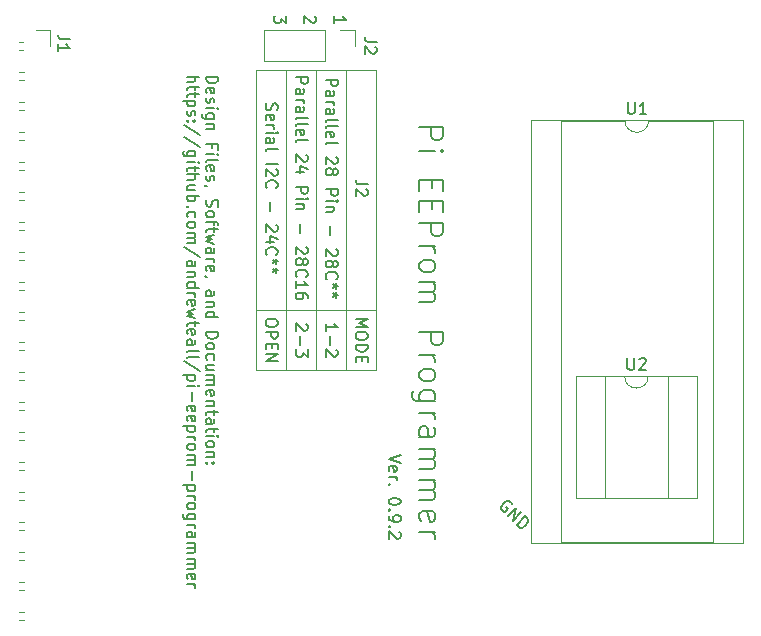
<source format=gbr>
G04 #@! TF.GenerationSoftware,KiCad,Pcbnew,6.0.8+dfsg-1~bpo11+1+rpt1*
G04 #@! TF.CreationDate,2023-08-21T15:08:01-04:00*
G04 #@! TF.ProjectId,pi-eeprom-programmer,70692d65-6570-4726-9f6d-2d70726f6772,0.9.2*
G04 #@! TF.SameCoordinates,Original*
G04 #@! TF.FileFunction,Legend,Top*
G04 #@! TF.FilePolarity,Positive*
%FSLAX46Y46*%
G04 Gerber Fmt 4.6, Leading zero omitted, Abs format (unit mm)*
G04 Created by KiCad (PCBNEW 6.0.8+dfsg-1~bpo11+1+rpt1) date 2023-08-21 15:08:01*
%MOMM*%
%LPD*%
G01*
G04 APERTURE LIST*
%ADD10C,0.120000*%
%ADD11C,0.150000*%
G04 APERTURE END LIST*
D10*
X162814000Y-46990000D02*
X162814000Y-72390000D01*
X165354000Y-46990000D02*
X155194000Y-46990000D01*
X155194000Y-46990000D02*
X155194000Y-72390000D01*
X155194000Y-72390000D02*
X165354000Y-72390000D01*
X165354000Y-72390000D02*
X165354000Y-46990000D01*
X165354000Y-67310000D02*
X155194000Y-67310000D01*
X157734000Y-72390000D02*
X157734000Y-46990000D01*
X160274000Y-72390000D02*
X160274000Y-46990000D01*
D11*
X169021238Y-51785785D02*
X171021238Y-51785785D01*
X171021238Y-52547690D01*
X170926000Y-52738166D01*
X170830761Y-52833404D01*
X170640285Y-52928642D01*
X170354571Y-52928642D01*
X170164095Y-52833404D01*
X170068857Y-52738166D01*
X169973619Y-52547690D01*
X169973619Y-51785785D01*
X169021238Y-53785785D02*
X170354571Y-53785785D01*
X171021238Y-53785785D02*
X170926000Y-53690547D01*
X170830761Y-53785785D01*
X170926000Y-53881023D01*
X171021238Y-53785785D01*
X170830761Y-53785785D01*
X170068857Y-56261976D02*
X170068857Y-56928642D01*
X169021238Y-57214357D02*
X169021238Y-56261976D01*
X171021238Y-56261976D01*
X171021238Y-57214357D01*
X170068857Y-58071500D02*
X170068857Y-58738166D01*
X169021238Y-59023880D02*
X169021238Y-58071500D01*
X171021238Y-58071500D01*
X171021238Y-59023880D01*
X169021238Y-59881023D02*
X171021238Y-59881023D01*
X171021238Y-60642928D01*
X170926000Y-60833404D01*
X170830761Y-60928642D01*
X170640285Y-61023880D01*
X170354571Y-61023880D01*
X170164095Y-60928642D01*
X170068857Y-60833404D01*
X169973619Y-60642928D01*
X169973619Y-59881023D01*
X169021238Y-61881023D02*
X170354571Y-61881023D01*
X169973619Y-61881023D02*
X170164095Y-61976261D01*
X170259333Y-62071500D01*
X170354571Y-62261976D01*
X170354571Y-62452452D01*
X169021238Y-63404833D02*
X169116476Y-63214357D01*
X169211714Y-63119119D01*
X169402190Y-63023880D01*
X169973619Y-63023880D01*
X170164095Y-63119119D01*
X170259333Y-63214357D01*
X170354571Y-63404833D01*
X170354571Y-63690547D01*
X170259333Y-63881023D01*
X170164095Y-63976261D01*
X169973619Y-64071500D01*
X169402190Y-64071500D01*
X169211714Y-63976261D01*
X169116476Y-63881023D01*
X169021238Y-63690547D01*
X169021238Y-63404833D01*
X169021238Y-64928642D02*
X170354571Y-64928642D01*
X170164095Y-64928642D02*
X170259333Y-65023880D01*
X170354571Y-65214357D01*
X170354571Y-65500071D01*
X170259333Y-65690547D01*
X170068857Y-65785785D01*
X169021238Y-65785785D01*
X170068857Y-65785785D02*
X170259333Y-65881023D01*
X170354571Y-66071500D01*
X170354571Y-66357214D01*
X170259333Y-66547690D01*
X170068857Y-66642928D01*
X169021238Y-66642928D01*
X169021238Y-69119119D02*
X171021238Y-69119119D01*
X171021238Y-69881023D01*
X170926000Y-70071500D01*
X170830761Y-70166738D01*
X170640285Y-70261976D01*
X170354571Y-70261976D01*
X170164095Y-70166738D01*
X170068857Y-70071500D01*
X169973619Y-69881023D01*
X169973619Y-69119119D01*
X169021238Y-71119119D02*
X170354571Y-71119119D01*
X169973619Y-71119119D02*
X170164095Y-71214357D01*
X170259333Y-71309595D01*
X170354571Y-71500071D01*
X170354571Y-71690547D01*
X169021238Y-72642928D02*
X169116476Y-72452452D01*
X169211714Y-72357214D01*
X169402190Y-72261976D01*
X169973619Y-72261976D01*
X170164095Y-72357214D01*
X170259333Y-72452452D01*
X170354571Y-72642928D01*
X170354571Y-72928642D01*
X170259333Y-73119119D01*
X170164095Y-73214357D01*
X169973619Y-73309595D01*
X169402190Y-73309595D01*
X169211714Y-73214357D01*
X169116476Y-73119119D01*
X169021238Y-72928642D01*
X169021238Y-72642928D01*
X170354571Y-75023880D02*
X168735523Y-75023880D01*
X168545047Y-74928642D01*
X168449809Y-74833404D01*
X168354571Y-74642928D01*
X168354571Y-74357214D01*
X168449809Y-74166738D01*
X169116476Y-75023880D02*
X169021238Y-74833404D01*
X169021238Y-74452452D01*
X169116476Y-74261976D01*
X169211714Y-74166738D01*
X169402190Y-74071500D01*
X169973619Y-74071500D01*
X170164095Y-74166738D01*
X170259333Y-74261976D01*
X170354571Y-74452452D01*
X170354571Y-74833404D01*
X170259333Y-75023880D01*
X169021238Y-75976261D02*
X170354571Y-75976261D01*
X169973619Y-75976261D02*
X170164095Y-76071500D01*
X170259333Y-76166738D01*
X170354571Y-76357214D01*
X170354571Y-76547690D01*
X169021238Y-78071500D02*
X170068857Y-78071500D01*
X170259333Y-77976261D01*
X170354571Y-77785785D01*
X170354571Y-77404833D01*
X170259333Y-77214357D01*
X169116476Y-78071500D02*
X169021238Y-77881023D01*
X169021238Y-77404833D01*
X169116476Y-77214357D01*
X169306952Y-77119119D01*
X169497428Y-77119119D01*
X169687904Y-77214357D01*
X169783142Y-77404833D01*
X169783142Y-77881023D01*
X169878380Y-78071500D01*
X169021238Y-79023880D02*
X170354571Y-79023880D01*
X170164095Y-79023880D02*
X170259333Y-79119119D01*
X170354571Y-79309595D01*
X170354571Y-79595309D01*
X170259333Y-79785785D01*
X170068857Y-79881023D01*
X169021238Y-79881023D01*
X170068857Y-79881023D02*
X170259333Y-79976261D01*
X170354571Y-80166738D01*
X170354571Y-80452452D01*
X170259333Y-80642928D01*
X170068857Y-80738166D01*
X169021238Y-80738166D01*
X169021238Y-81690547D02*
X170354571Y-81690547D01*
X170164095Y-81690547D02*
X170259333Y-81785785D01*
X170354571Y-81976261D01*
X170354571Y-82261976D01*
X170259333Y-82452452D01*
X170068857Y-82547690D01*
X169021238Y-82547690D01*
X170068857Y-82547690D02*
X170259333Y-82642928D01*
X170354571Y-82833404D01*
X170354571Y-83119119D01*
X170259333Y-83309595D01*
X170068857Y-83404833D01*
X169021238Y-83404833D01*
X169116476Y-85119119D02*
X169021238Y-84928642D01*
X169021238Y-84547690D01*
X169116476Y-84357214D01*
X169306952Y-84261976D01*
X170068857Y-84261976D01*
X170259333Y-84357214D01*
X170354571Y-84547690D01*
X170354571Y-84928642D01*
X170259333Y-85119119D01*
X170068857Y-85214357D01*
X169878380Y-85214357D01*
X169687904Y-84261976D01*
X169021238Y-86071500D02*
X170354571Y-86071500D01*
X169973619Y-86071500D02*
X170164095Y-86166738D01*
X170259333Y-86261976D01*
X170354571Y-86452452D01*
X170354571Y-86642928D01*
X161091619Y-47769047D02*
X162091619Y-47769047D01*
X162091619Y-48150000D01*
X162044000Y-48245238D01*
X161996380Y-48292857D01*
X161901142Y-48340476D01*
X161758285Y-48340476D01*
X161663047Y-48292857D01*
X161615428Y-48245238D01*
X161567809Y-48150000D01*
X161567809Y-47769047D01*
X161091619Y-49197619D02*
X161615428Y-49197619D01*
X161710666Y-49150000D01*
X161758285Y-49054762D01*
X161758285Y-48864285D01*
X161710666Y-48769047D01*
X161139238Y-49197619D02*
X161091619Y-49102381D01*
X161091619Y-48864285D01*
X161139238Y-48769047D01*
X161234476Y-48721428D01*
X161329714Y-48721428D01*
X161424952Y-48769047D01*
X161472571Y-48864285D01*
X161472571Y-49102381D01*
X161520190Y-49197619D01*
X161091619Y-49673809D02*
X161758285Y-49673809D01*
X161567809Y-49673809D02*
X161663047Y-49721428D01*
X161710666Y-49769047D01*
X161758285Y-49864285D01*
X161758285Y-49959524D01*
X161091619Y-50721428D02*
X161615428Y-50721428D01*
X161710666Y-50673809D01*
X161758285Y-50578571D01*
X161758285Y-50388095D01*
X161710666Y-50292857D01*
X161139238Y-50721428D02*
X161091619Y-50626190D01*
X161091619Y-50388095D01*
X161139238Y-50292857D01*
X161234476Y-50245238D01*
X161329714Y-50245238D01*
X161424952Y-50292857D01*
X161472571Y-50388095D01*
X161472571Y-50626190D01*
X161520190Y-50721428D01*
X161091619Y-51340476D02*
X161139238Y-51245238D01*
X161234476Y-51197619D01*
X162091619Y-51197619D01*
X161091619Y-51864285D02*
X161139238Y-51769047D01*
X161234476Y-51721428D01*
X162091619Y-51721428D01*
X161139238Y-52626190D02*
X161091619Y-52530952D01*
X161091619Y-52340476D01*
X161139238Y-52245238D01*
X161234476Y-52197619D01*
X161615428Y-52197619D01*
X161710666Y-52245238D01*
X161758285Y-52340476D01*
X161758285Y-52530952D01*
X161710666Y-52626190D01*
X161615428Y-52673809D01*
X161520190Y-52673809D01*
X161424952Y-52197619D01*
X161091619Y-53245238D02*
X161139238Y-53150000D01*
X161234476Y-53102381D01*
X162091619Y-53102381D01*
X161996380Y-54340476D02*
X162044000Y-54388095D01*
X162091619Y-54483333D01*
X162091619Y-54721428D01*
X162044000Y-54816666D01*
X161996380Y-54864285D01*
X161901142Y-54911904D01*
X161805904Y-54911904D01*
X161663047Y-54864285D01*
X161091619Y-54292857D01*
X161091619Y-54911904D01*
X161663047Y-55483333D02*
X161710666Y-55388095D01*
X161758285Y-55340476D01*
X161853523Y-55292857D01*
X161901142Y-55292857D01*
X161996380Y-55340476D01*
X162044000Y-55388095D01*
X162091619Y-55483333D01*
X162091619Y-55673809D01*
X162044000Y-55769047D01*
X161996380Y-55816666D01*
X161901142Y-55864285D01*
X161853523Y-55864285D01*
X161758285Y-55816666D01*
X161710666Y-55769047D01*
X161663047Y-55673809D01*
X161663047Y-55483333D01*
X161615428Y-55388095D01*
X161567809Y-55340476D01*
X161472571Y-55292857D01*
X161282095Y-55292857D01*
X161186857Y-55340476D01*
X161139238Y-55388095D01*
X161091619Y-55483333D01*
X161091619Y-55673809D01*
X161139238Y-55769047D01*
X161186857Y-55816666D01*
X161282095Y-55864285D01*
X161472571Y-55864285D01*
X161567809Y-55816666D01*
X161615428Y-55769047D01*
X161663047Y-55673809D01*
X161091619Y-57054762D02*
X162091619Y-57054762D01*
X162091619Y-57435714D01*
X162044000Y-57530952D01*
X161996380Y-57578571D01*
X161901142Y-57626190D01*
X161758285Y-57626190D01*
X161663047Y-57578571D01*
X161615428Y-57530952D01*
X161567809Y-57435714D01*
X161567809Y-57054762D01*
X161091619Y-58054762D02*
X161758285Y-58054762D01*
X162091619Y-58054762D02*
X162044000Y-58007143D01*
X161996380Y-58054762D01*
X162044000Y-58102381D01*
X162091619Y-58054762D01*
X161996380Y-58054762D01*
X161758285Y-58530952D02*
X161091619Y-58530952D01*
X161663047Y-58530952D02*
X161710666Y-58578571D01*
X161758285Y-58673809D01*
X161758285Y-58816666D01*
X161710666Y-58911904D01*
X161615428Y-58959524D01*
X161091619Y-58959524D01*
X161472571Y-60197619D02*
X161472571Y-60959524D01*
X161996380Y-62150000D02*
X162044000Y-62197619D01*
X162091619Y-62292857D01*
X162091619Y-62530952D01*
X162044000Y-62626190D01*
X161996380Y-62673809D01*
X161901142Y-62721428D01*
X161805904Y-62721428D01*
X161663047Y-62673809D01*
X161091619Y-62102381D01*
X161091619Y-62721428D01*
X161663047Y-63292857D02*
X161710666Y-63197619D01*
X161758285Y-63150000D01*
X161853523Y-63102381D01*
X161901142Y-63102381D01*
X161996380Y-63150000D01*
X162044000Y-63197619D01*
X162091619Y-63292857D01*
X162091619Y-63483333D01*
X162044000Y-63578571D01*
X161996380Y-63626190D01*
X161901142Y-63673809D01*
X161853523Y-63673809D01*
X161758285Y-63626190D01*
X161710666Y-63578571D01*
X161663047Y-63483333D01*
X161663047Y-63292857D01*
X161615428Y-63197619D01*
X161567809Y-63150000D01*
X161472571Y-63102381D01*
X161282095Y-63102381D01*
X161186857Y-63150000D01*
X161139238Y-63197619D01*
X161091619Y-63292857D01*
X161091619Y-63483333D01*
X161139238Y-63578571D01*
X161186857Y-63626190D01*
X161282095Y-63673809D01*
X161472571Y-63673809D01*
X161567809Y-63626190D01*
X161615428Y-63578571D01*
X161663047Y-63483333D01*
X161186857Y-64673809D02*
X161139238Y-64626190D01*
X161091619Y-64483333D01*
X161091619Y-64388095D01*
X161139238Y-64245238D01*
X161234476Y-64150000D01*
X161329714Y-64102381D01*
X161520190Y-64054762D01*
X161663047Y-64054762D01*
X161853523Y-64102381D01*
X161948761Y-64150000D01*
X162044000Y-64245238D01*
X162091619Y-64388095D01*
X162091619Y-64483333D01*
X162044000Y-64626190D01*
X161996380Y-64673809D01*
X162091619Y-65245238D02*
X161853523Y-65245238D01*
X161948761Y-65007143D02*
X161853523Y-65245238D01*
X161948761Y-65483333D01*
X161663047Y-65102381D02*
X161853523Y-65245238D01*
X161663047Y-65388095D01*
X162091619Y-66007143D02*
X161853523Y-66007143D01*
X161948761Y-65769047D02*
X161853523Y-66007143D01*
X161948761Y-66245238D01*
X161663047Y-65864285D02*
X161853523Y-66007143D01*
X161663047Y-66150000D01*
X167425619Y-79547690D02*
X166425619Y-79881024D01*
X167425619Y-80214357D01*
X166473238Y-80928643D02*
X166425619Y-80833405D01*
X166425619Y-80642929D01*
X166473238Y-80547690D01*
X166568476Y-80500071D01*
X166949428Y-80500071D01*
X167044666Y-80547690D01*
X167092285Y-80642929D01*
X167092285Y-80833405D01*
X167044666Y-80928643D01*
X166949428Y-80976262D01*
X166854190Y-80976262D01*
X166758952Y-80500071D01*
X166425619Y-81404833D02*
X167092285Y-81404833D01*
X166901809Y-81404833D02*
X166997047Y-81452452D01*
X167044666Y-81500071D01*
X167092285Y-81595309D01*
X167092285Y-81690548D01*
X166520857Y-82023881D02*
X166473238Y-82071500D01*
X166425619Y-82023881D01*
X166473238Y-81976262D01*
X166520857Y-82023881D01*
X166425619Y-82023881D01*
X167425619Y-83452452D02*
X167425619Y-83547690D01*
X167378000Y-83642929D01*
X167330380Y-83690548D01*
X167235142Y-83738167D01*
X167044666Y-83785786D01*
X166806571Y-83785786D01*
X166616095Y-83738167D01*
X166520857Y-83690548D01*
X166473238Y-83642929D01*
X166425619Y-83547690D01*
X166425619Y-83452452D01*
X166473238Y-83357214D01*
X166520857Y-83309595D01*
X166616095Y-83261976D01*
X166806571Y-83214357D01*
X167044666Y-83214357D01*
X167235142Y-83261976D01*
X167330380Y-83309595D01*
X167378000Y-83357214D01*
X167425619Y-83452452D01*
X166520857Y-84214357D02*
X166473238Y-84261976D01*
X166425619Y-84214357D01*
X166473238Y-84166738D01*
X166520857Y-84214357D01*
X166425619Y-84214357D01*
X166425619Y-84738167D02*
X166425619Y-84928643D01*
X166473238Y-85023881D01*
X166520857Y-85071500D01*
X166663714Y-85166738D01*
X166854190Y-85214357D01*
X167235142Y-85214357D01*
X167330380Y-85166738D01*
X167378000Y-85119119D01*
X167425619Y-85023881D01*
X167425619Y-84833405D01*
X167378000Y-84738167D01*
X167330380Y-84690548D01*
X167235142Y-84642929D01*
X166997047Y-84642929D01*
X166901809Y-84690548D01*
X166854190Y-84738167D01*
X166806571Y-84833405D01*
X166806571Y-85023881D01*
X166854190Y-85119119D01*
X166901809Y-85166738D01*
X166997047Y-85214357D01*
X166520857Y-85642929D02*
X166473238Y-85690548D01*
X166425619Y-85642929D01*
X166473238Y-85595309D01*
X166520857Y-85642929D01*
X166425619Y-85642929D01*
X167330380Y-86071500D02*
X167378000Y-86119119D01*
X167425619Y-86214357D01*
X167425619Y-86452452D01*
X167378000Y-86547690D01*
X167330380Y-86595309D01*
X167235142Y-86642929D01*
X167139904Y-86642929D01*
X166997047Y-86595309D01*
X166425619Y-86023881D01*
X166425619Y-86642929D01*
X176852805Y-83719898D02*
X176819133Y-83618883D01*
X176718118Y-83517868D01*
X176583431Y-83450524D01*
X176448744Y-83450524D01*
X176347729Y-83484196D01*
X176179370Y-83585211D01*
X176078355Y-83686226D01*
X175977339Y-83854585D01*
X175943668Y-83955600D01*
X175943668Y-84090287D01*
X176011011Y-84224974D01*
X176078355Y-84292318D01*
X176213042Y-84359661D01*
X176280385Y-84359661D01*
X176516087Y-84123959D01*
X176381400Y-83989272D01*
X176516087Y-84730051D02*
X177223194Y-84022944D01*
X176920148Y-85134112D01*
X177627255Y-84427005D01*
X177256866Y-85470829D02*
X177963973Y-84763722D01*
X178132331Y-84932081D01*
X178199675Y-85066768D01*
X178199675Y-85201455D01*
X178166003Y-85302470D01*
X178064988Y-85470829D01*
X177963973Y-85571844D01*
X177795614Y-85672860D01*
X177694599Y-85706531D01*
X177559912Y-85706531D01*
X177425225Y-85639188D01*
X177256866Y-85470829D01*
X159456380Y-68469047D02*
X159504000Y-68516666D01*
X159551619Y-68611904D01*
X159551619Y-68850000D01*
X159504000Y-68945238D01*
X159456380Y-68992857D01*
X159361142Y-69040476D01*
X159265904Y-69040476D01*
X159123047Y-68992857D01*
X158551619Y-68421428D01*
X158551619Y-69040476D01*
X158932571Y-69469047D02*
X158932571Y-70230952D01*
X159551619Y-70611904D02*
X159551619Y-71230952D01*
X159170666Y-70897619D01*
X159170666Y-71040476D01*
X159123047Y-71135714D01*
X159075428Y-71183333D01*
X158980190Y-71230952D01*
X158742095Y-71230952D01*
X158646857Y-71183333D01*
X158599238Y-71135714D01*
X158551619Y-71040476D01*
X158551619Y-70754761D01*
X158599238Y-70659523D01*
X158646857Y-70611904D01*
X158551619Y-47578571D02*
X159551619Y-47578571D01*
X159551619Y-47959524D01*
X159504000Y-48054762D01*
X159456380Y-48102381D01*
X159361142Y-48150000D01*
X159218285Y-48150000D01*
X159123047Y-48102381D01*
X159075428Y-48054762D01*
X159027809Y-47959524D01*
X159027809Y-47578571D01*
X158551619Y-49007143D02*
X159075428Y-49007143D01*
X159170666Y-48959524D01*
X159218285Y-48864285D01*
X159218285Y-48673809D01*
X159170666Y-48578571D01*
X158599238Y-49007143D02*
X158551619Y-48911904D01*
X158551619Y-48673809D01*
X158599238Y-48578571D01*
X158694476Y-48530952D01*
X158789714Y-48530952D01*
X158884952Y-48578571D01*
X158932571Y-48673809D01*
X158932571Y-48911904D01*
X158980190Y-49007143D01*
X158551619Y-49483333D02*
X159218285Y-49483333D01*
X159027809Y-49483333D02*
X159123047Y-49530952D01*
X159170666Y-49578571D01*
X159218285Y-49673809D01*
X159218285Y-49769047D01*
X158551619Y-50530952D02*
X159075428Y-50530952D01*
X159170666Y-50483333D01*
X159218285Y-50388095D01*
X159218285Y-50197619D01*
X159170666Y-50102381D01*
X158599238Y-50530952D02*
X158551619Y-50435714D01*
X158551619Y-50197619D01*
X158599238Y-50102381D01*
X158694476Y-50054762D01*
X158789714Y-50054762D01*
X158884952Y-50102381D01*
X158932571Y-50197619D01*
X158932571Y-50435714D01*
X158980190Y-50530952D01*
X158551619Y-51150000D02*
X158599238Y-51054762D01*
X158694476Y-51007143D01*
X159551619Y-51007143D01*
X158551619Y-51673809D02*
X158599238Y-51578571D01*
X158694476Y-51530952D01*
X159551619Y-51530952D01*
X158599238Y-52435714D02*
X158551619Y-52340476D01*
X158551619Y-52150000D01*
X158599238Y-52054762D01*
X158694476Y-52007143D01*
X159075428Y-52007143D01*
X159170666Y-52054762D01*
X159218285Y-52150000D01*
X159218285Y-52340476D01*
X159170666Y-52435714D01*
X159075428Y-52483333D01*
X158980190Y-52483333D01*
X158884952Y-52007143D01*
X158551619Y-53054762D02*
X158599238Y-52959524D01*
X158694476Y-52911904D01*
X159551619Y-52911904D01*
X159456380Y-54150000D02*
X159504000Y-54197619D01*
X159551619Y-54292857D01*
X159551619Y-54530952D01*
X159504000Y-54626190D01*
X159456380Y-54673809D01*
X159361142Y-54721428D01*
X159265904Y-54721428D01*
X159123047Y-54673809D01*
X158551619Y-54102381D01*
X158551619Y-54721428D01*
X159218285Y-55578571D02*
X158551619Y-55578571D01*
X159599238Y-55340476D02*
X158884952Y-55102381D01*
X158884952Y-55721428D01*
X158551619Y-56864285D02*
X159551619Y-56864285D01*
X159551619Y-57245238D01*
X159504000Y-57340476D01*
X159456380Y-57388095D01*
X159361142Y-57435714D01*
X159218285Y-57435714D01*
X159123047Y-57388095D01*
X159075428Y-57340476D01*
X159027809Y-57245238D01*
X159027809Y-56864285D01*
X158551619Y-57864285D02*
X159218285Y-57864285D01*
X159551619Y-57864285D02*
X159504000Y-57816666D01*
X159456380Y-57864285D01*
X159504000Y-57911904D01*
X159551619Y-57864285D01*
X159456380Y-57864285D01*
X159218285Y-58340476D02*
X158551619Y-58340476D01*
X159123047Y-58340476D02*
X159170666Y-58388095D01*
X159218285Y-58483333D01*
X159218285Y-58626190D01*
X159170666Y-58721428D01*
X159075428Y-58769047D01*
X158551619Y-58769047D01*
X158932571Y-60007143D02*
X158932571Y-60769047D01*
X159456380Y-61959524D02*
X159504000Y-62007143D01*
X159551619Y-62102381D01*
X159551619Y-62340476D01*
X159504000Y-62435714D01*
X159456380Y-62483333D01*
X159361142Y-62530952D01*
X159265904Y-62530952D01*
X159123047Y-62483333D01*
X158551619Y-61911904D01*
X158551619Y-62530952D01*
X159123047Y-63102381D02*
X159170666Y-63007143D01*
X159218285Y-62959524D01*
X159313523Y-62911904D01*
X159361142Y-62911904D01*
X159456380Y-62959524D01*
X159504000Y-63007143D01*
X159551619Y-63102381D01*
X159551619Y-63292857D01*
X159504000Y-63388095D01*
X159456380Y-63435714D01*
X159361142Y-63483333D01*
X159313523Y-63483333D01*
X159218285Y-63435714D01*
X159170666Y-63388095D01*
X159123047Y-63292857D01*
X159123047Y-63102381D01*
X159075428Y-63007143D01*
X159027809Y-62959524D01*
X158932571Y-62911904D01*
X158742095Y-62911904D01*
X158646857Y-62959524D01*
X158599238Y-63007143D01*
X158551619Y-63102381D01*
X158551619Y-63292857D01*
X158599238Y-63388095D01*
X158646857Y-63435714D01*
X158742095Y-63483333D01*
X158932571Y-63483333D01*
X159027809Y-63435714D01*
X159075428Y-63388095D01*
X159123047Y-63292857D01*
X158646857Y-64483333D02*
X158599238Y-64435714D01*
X158551619Y-64292857D01*
X158551619Y-64197619D01*
X158599238Y-64054762D01*
X158694476Y-63959524D01*
X158789714Y-63911904D01*
X158980190Y-63864285D01*
X159123047Y-63864285D01*
X159313523Y-63911904D01*
X159408761Y-63959524D01*
X159504000Y-64054762D01*
X159551619Y-64197619D01*
X159551619Y-64292857D01*
X159504000Y-64435714D01*
X159456380Y-64483333D01*
X158551619Y-65435714D02*
X158551619Y-64864285D01*
X158551619Y-65150000D02*
X159551619Y-65150000D01*
X159408761Y-65054762D01*
X159313523Y-64959524D01*
X159265904Y-64864285D01*
X159551619Y-66292857D02*
X159551619Y-66102381D01*
X159504000Y-66007143D01*
X159456380Y-65959524D01*
X159313523Y-65864285D01*
X159123047Y-65816666D01*
X158742095Y-65816666D01*
X158646857Y-65864285D01*
X158599238Y-65911904D01*
X158551619Y-66007143D01*
X158551619Y-66197619D01*
X158599238Y-66292857D01*
X158646857Y-66340476D01*
X158742095Y-66388095D01*
X158980190Y-66388095D01*
X159075428Y-66340476D01*
X159123047Y-66292857D01*
X159170666Y-66197619D01*
X159170666Y-66007143D01*
X159123047Y-65911904D01*
X159075428Y-65864285D01*
X158980190Y-65816666D01*
X156059238Y-49792857D02*
X156011619Y-49935714D01*
X156011619Y-50173809D01*
X156059238Y-50269047D01*
X156106857Y-50316666D01*
X156202095Y-50364285D01*
X156297333Y-50364285D01*
X156392571Y-50316666D01*
X156440190Y-50269047D01*
X156487809Y-50173809D01*
X156535428Y-49983333D01*
X156583047Y-49888095D01*
X156630666Y-49840476D01*
X156725904Y-49792857D01*
X156821142Y-49792857D01*
X156916380Y-49840476D01*
X156964000Y-49888095D01*
X157011619Y-49983333D01*
X157011619Y-50221428D01*
X156964000Y-50364285D01*
X156059238Y-51173809D02*
X156011619Y-51078571D01*
X156011619Y-50888095D01*
X156059238Y-50792857D01*
X156154476Y-50745238D01*
X156535428Y-50745238D01*
X156630666Y-50792857D01*
X156678285Y-50888095D01*
X156678285Y-51078571D01*
X156630666Y-51173809D01*
X156535428Y-51221428D01*
X156440190Y-51221428D01*
X156344952Y-50745238D01*
X156011619Y-51650000D02*
X156678285Y-51650000D01*
X156487809Y-51650000D02*
X156583047Y-51697619D01*
X156630666Y-51745238D01*
X156678285Y-51840476D01*
X156678285Y-51935714D01*
X156011619Y-52269047D02*
X156678285Y-52269047D01*
X157011619Y-52269047D02*
X156964000Y-52221428D01*
X156916380Y-52269047D01*
X156964000Y-52316666D01*
X157011619Y-52269047D01*
X156916380Y-52269047D01*
X156011619Y-53173809D02*
X156535428Y-53173809D01*
X156630666Y-53126190D01*
X156678285Y-53030952D01*
X156678285Y-52840476D01*
X156630666Y-52745238D01*
X156059238Y-53173809D02*
X156011619Y-53078571D01*
X156011619Y-52840476D01*
X156059238Y-52745238D01*
X156154476Y-52697619D01*
X156249714Y-52697619D01*
X156344952Y-52745238D01*
X156392571Y-52840476D01*
X156392571Y-53078571D01*
X156440190Y-53173809D01*
X156011619Y-53792857D02*
X156059238Y-53697619D01*
X156154476Y-53650000D01*
X157011619Y-53650000D01*
X156011619Y-54935714D02*
X157011619Y-54935714D01*
X156916380Y-55364285D02*
X156964000Y-55411904D01*
X157011619Y-55507143D01*
X157011619Y-55745238D01*
X156964000Y-55840476D01*
X156916380Y-55888095D01*
X156821142Y-55935714D01*
X156725904Y-55935714D01*
X156583047Y-55888095D01*
X156011619Y-55316666D01*
X156011619Y-55935714D01*
X156106857Y-56935714D02*
X156059238Y-56888095D01*
X156011619Y-56745238D01*
X156011619Y-56650000D01*
X156059238Y-56507143D01*
X156154476Y-56411904D01*
X156249714Y-56364285D01*
X156440190Y-56316666D01*
X156583047Y-56316666D01*
X156773523Y-56364285D01*
X156868761Y-56411904D01*
X156964000Y-56507143D01*
X157011619Y-56650000D01*
X157011619Y-56745238D01*
X156964000Y-56888095D01*
X156916380Y-56935714D01*
X156392571Y-58126190D02*
X156392571Y-58888095D01*
X156916380Y-60078571D02*
X156964000Y-60126190D01*
X157011619Y-60221428D01*
X157011619Y-60459524D01*
X156964000Y-60554762D01*
X156916380Y-60602381D01*
X156821142Y-60650000D01*
X156725904Y-60650000D01*
X156583047Y-60602381D01*
X156011619Y-60030952D01*
X156011619Y-60650000D01*
X156678285Y-61507143D02*
X156011619Y-61507143D01*
X157059238Y-61269047D02*
X156344952Y-61030952D01*
X156344952Y-61650000D01*
X156106857Y-62602381D02*
X156059238Y-62554762D01*
X156011619Y-62411904D01*
X156011619Y-62316666D01*
X156059238Y-62173809D01*
X156154476Y-62078571D01*
X156249714Y-62030952D01*
X156440190Y-61983333D01*
X156583047Y-61983333D01*
X156773523Y-62030952D01*
X156868761Y-62078571D01*
X156964000Y-62173809D01*
X157011619Y-62316666D01*
X157011619Y-62411904D01*
X156964000Y-62554762D01*
X156916380Y-62602381D01*
X157011619Y-63173809D02*
X156773523Y-63173809D01*
X156868761Y-62935714D02*
X156773523Y-63173809D01*
X156868761Y-63411904D01*
X156583047Y-63030952D02*
X156773523Y-63173809D01*
X156583047Y-63316666D01*
X157011619Y-63935714D02*
X156773523Y-63935714D01*
X156868761Y-63697619D02*
X156773523Y-63935714D01*
X156868761Y-64173809D01*
X156583047Y-63792857D02*
X156773523Y-63935714D01*
X156583047Y-64078571D01*
X150974619Y-47522571D02*
X151974619Y-47522571D01*
X151974619Y-47760666D01*
X151927000Y-47903523D01*
X151831761Y-47998761D01*
X151736523Y-48046380D01*
X151546047Y-48093999D01*
X151403190Y-48093999D01*
X151212714Y-48046380D01*
X151117476Y-47998761D01*
X151022238Y-47903523D01*
X150974619Y-47760666D01*
X150974619Y-47522571D01*
X151022238Y-48903523D02*
X150974619Y-48808285D01*
X150974619Y-48617809D01*
X151022238Y-48522571D01*
X151117476Y-48474952D01*
X151498428Y-48474952D01*
X151593666Y-48522571D01*
X151641285Y-48617809D01*
X151641285Y-48808285D01*
X151593666Y-48903523D01*
X151498428Y-48951142D01*
X151403190Y-48951142D01*
X151307952Y-48474952D01*
X151022238Y-49332095D02*
X150974619Y-49427333D01*
X150974619Y-49617809D01*
X151022238Y-49713047D01*
X151117476Y-49760666D01*
X151165095Y-49760666D01*
X151260333Y-49713047D01*
X151307952Y-49617809D01*
X151307952Y-49474952D01*
X151355571Y-49379714D01*
X151450809Y-49332095D01*
X151498428Y-49332095D01*
X151593666Y-49379714D01*
X151641285Y-49474952D01*
X151641285Y-49617809D01*
X151593666Y-49713047D01*
X150974619Y-50189237D02*
X151641285Y-50189237D01*
X151974619Y-50189237D02*
X151927000Y-50141618D01*
X151879380Y-50189237D01*
X151927000Y-50236856D01*
X151974619Y-50189237D01*
X151879380Y-50189237D01*
X151641285Y-51093999D02*
X150831761Y-51093999D01*
X150736523Y-51046380D01*
X150688904Y-50998761D01*
X150641285Y-50903523D01*
X150641285Y-50760666D01*
X150688904Y-50665428D01*
X151022238Y-51093999D02*
X150974619Y-50998761D01*
X150974619Y-50808285D01*
X151022238Y-50713047D01*
X151069857Y-50665428D01*
X151165095Y-50617809D01*
X151450809Y-50617809D01*
X151546047Y-50665428D01*
X151593666Y-50713047D01*
X151641285Y-50808285D01*
X151641285Y-50998761D01*
X151593666Y-51093999D01*
X151641285Y-51570190D02*
X150974619Y-51570190D01*
X151546047Y-51570190D02*
X151593666Y-51617809D01*
X151641285Y-51713047D01*
X151641285Y-51855904D01*
X151593666Y-51951142D01*
X151498428Y-51998761D01*
X150974619Y-51998761D01*
X151498428Y-53570190D02*
X151498428Y-53236856D01*
X150974619Y-53236856D02*
X151974619Y-53236856D01*
X151974619Y-53713047D01*
X150974619Y-54093999D02*
X151641285Y-54093999D01*
X151974619Y-54093999D02*
X151927000Y-54046380D01*
X151879380Y-54093999D01*
X151927000Y-54141618D01*
X151974619Y-54093999D01*
X151879380Y-54093999D01*
X150974619Y-54713047D02*
X151022238Y-54617809D01*
X151117476Y-54570190D01*
X151974619Y-54570190D01*
X151022238Y-55474952D02*
X150974619Y-55379714D01*
X150974619Y-55189237D01*
X151022238Y-55093999D01*
X151117476Y-55046380D01*
X151498428Y-55046380D01*
X151593666Y-55093999D01*
X151641285Y-55189237D01*
X151641285Y-55379714D01*
X151593666Y-55474952D01*
X151498428Y-55522571D01*
X151403190Y-55522571D01*
X151307952Y-55046380D01*
X151022238Y-55903523D02*
X150974619Y-55998761D01*
X150974619Y-56189237D01*
X151022238Y-56284476D01*
X151117476Y-56332095D01*
X151165095Y-56332095D01*
X151260333Y-56284476D01*
X151307952Y-56189237D01*
X151307952Y-56046380D01*
X151355571Y-55951142D01*
X151450809Y-55903523D01*
X151498428Y-55903523D01*
X151593666Y-55951142D01*
X151641285Y-56046380D01*
X151641285Y-56189237D01*
X151593666Y-56284476D01*
X151022238Y-56808285D02*
X150974619Y-56808285D01*
X150879380Y-56760666D01*
X150831761Y-56713047D01*
X151022238Y-57951142D02*
X150974619Y-58093999D01*
X150974619Y-58332095D01*
X151022238Y-58427333D01*
X151069857Y-58474952D01*
X151165095Y-58522571D01*
X151260333Y-58522571D01*
X151355571Y-58474952D01*
X151403190Y-58427333D01*
X151450809Y-58332095D01*
X151498428Y-58141618D01*
X151546047Y-58046380D01*
X151593666Y-57998761D01*
X151688904Y-57951142D01*
X151784142Y-57951142D01*
X151879380Y-57998761D01*
X151927000Y-58046380D01*
X151974619Y-58141618D01*
X151974619Y-58379714D01*
X151927000Y-58522571D01*
X150974619Y-59093999D02*
X151022238Y-58998761D01*
X151069857Y-58951142D01*
X151165095Y-58903523D01*
X151450809Y-58903523D01*
X151546047Y-58951142D01*
X151593666Y-58998761D01*
X151641285Y-59093999D01*
X151641285Y-59236856D01*
X151593666Y-59332095D01*
X151546047Y-59379714D01*
X151450809Y-59427333D01*
X151165095Y-59427333D01*
X151069857Y-59379714D01*
X151022238Y-59332095D01*
X150974619Y-59236856D01*
X150974619Y-59093999D01*
X151641285Y-59713047D02*
X151641285Y-60093999D01*
X150974619Y-59855904D02*
X151831761Y-59855904D01*
X151927000Y-59903523D01*
X151974619Y-59998761D01*
X151974619Y-60093999D01*
X151641285Y-60284476D02*
X151641285Y-60665428D01*
X151974619Y-60427333D02*
X151117476Y-60427333D01*
X151022238Y-60474952D01*
X150974619Y-60570190D01*
X150974619Y-60665428D01*
X151641285Y-60903523D02*
X150974619Y-61093999D01*
X151450809Y-61284476D01*
X150974619Y-61474952D01*
X151641285Y-61665428D01*
X150974619Y-62474952D02*
X151498428Y-62474952D01*
X151593666Y-62427333D01*
X151641285Y-62332095D01*
X151641285Y-62141618D01*
X151593666Y-62046380D01*
X151022238Y-62474952D02*
X150974619Y-62379714D01*
X150974619Y-62141618D01*
X151022238Y-62046380D01*
X151117476Y-61998761D01*
X151212714Y-61998761D01*
X151307952Y-62046380D01*
X151355571Y-62141618D01*
X151355571Y-62379714D01*
X151403190Y-62474952D01*
X150974619Y-62951142D02*
X151641285Y-62951142D01*
X151450809Y-62951142D02*
X151546047Y-62998761D01*
X151593666Y-63046380D01*
X151641285Y-63141618D01*
X151641285Y-63236856D01*
X151022238Y-63951142D02*
X150974619Y-63855904D01*
X150974619Y-63665428D01*
X151022238Y-63570190D01*
X151117476Y-63522571D01*
X151498428Y-63522571D01*
X151593666Y-63570190D01*
X151641285Y-63665428D01*
X151641285Y-63855904D01*
X151593666Y-63951142D01*
X151498428Y-63998761D01*
X151403190Y-63998761D01*
X151307952Y-63522571D01*
X151022238Y-64474952D02*
X150974619Y-64474952D01*
X150879380Y-64427333D01*
X150831761Y-64379714D01*
X150974619Y-66093999D02*
X151498428Y-66093999D01*
X151593666Y-66046380D01*
X151641285Y-65951142D01*
X151641285Y-65760666D01*
X151593666Y-65665428D01*
X151022238Y-66093999D02*
X150974619Y-65998761D01*
X150974619Y-65760666D01*
X151022238Y-65665428D01*
X151117476Y-65617809D01*
X151212714Y-65617809D01*
X151307952Y-65665428D01*
X151355571Y-65760666D01*
X151355571Y-65998761D01*
X151403190Y-66093999D01*
X151641285Y-66570190D02*
X150974619Y-66570190D01*
X151546047Y-66570190D02*
X151593666Y-66617809D01*
X151641285Y-66713047D01*
X151641285Y-66855904D01*
X151593666Y-66951142D01*
X151498428Y-66998761D01*
X150974619Y-66998761D01*
X150974619Y-67903523D02*
X151974619Y-67903523D01*
X151022238Y-67903523D02*
X150974619Y-67808285D01*
X150974619Y-67617809D01*
X151022238Y-67522571D01*
X151069857Y-67474952D01*
X151165095Y-67427333D01*
X151450809Y-67427333D01*
X151546047Y-67474952D01*
X151593666Y-67522571D01*
X151641285Y-67617809D01*
X151641285Y-67808285D01*
X151593666Y-67903523D01*
X150974619Y-69141618D02*
X151974619Y-69141618D01*
X151974619Y-69379714D01*
X151927000Y-69522571D01*
X151831761Y-69617809D01*
X151736523Y-69665428D01*
X151546047Y-69713047D01*
X151403190Y-69713047D01*
X151212714Y-69665428D01*
X151117476Y-69617809D01*
X151022238Y-69522571D01*
X150974619Y-69379714D01*
X150974619Y-69141618D01*
X150974619Y-70284476D02*
X151022238Y-70189237D01*
X151069857Y-70141618D01*
X151165095Y-70093999D01*
X151450809Y-70093999D01*
X151546047Y-70141618D01*
X151593666Y-70189237D01*
X151641285Y-70284476D01*
X151641285Y-70427333D01*
X151593666Y-70522571D01*
X151546047Y-70570190D01*
X151450809Y-70617809D01*
X151165095Y-70617809D01*
X151069857Y-70570190D01*
X151022238Y-70522571D01*
X150974619Y-70427333D01*
X150974619Y-70284476D01*
X151022238Y-71474952D02*
X150974619Y-71379714D01*
X150974619Y-71189237D01*
X151022238Y-71093999D01*
X151069857Y-71046380D01*
X151165095Y-70998761D01*
X151450809Y-70998761D01*
X151546047Y-71046380D01*
X151593666Y-71093999D01*
X151641285Y-71189237D01*
X151641285Y-71379714D01*
X151593666Y-71474952D01*
X151641285Y-72332095D02*
X150974619Y-72332095D01*
X151641285Y-71903523D02*
X151117476Y-71903523D01*
X151022238Y-71951142D01*
X150974619Y-72046380D01*
X150974619Y-72189237D01*
X151022238Y-72284476D01*
X151069857Y-72332095D01*
X150974619Y-72808285D02*
X151641285Y-72808285D01*
X151546047Y-72808285D02*
X151593666Y-72855904D01*
X151641285Y-72951142D01*
X151641285Y-73093999D01*
X151593666Y-73189237D01*
X151498428Y-73236856D01*
X150974619Y-73236856D01*
X151498428Y-73236856D02*
X151593666Y-73284476D01*
X151641285Y-73379714D01*
X151641285Y-73522571D01*
X151593666Y-73617809D01*
X151498428Y-73665428D01*
X150974619Y-73665428D01*
X151022238Y-74522571D02*
X150974619Y-74427333D01*
X150974619Y-74236856D01*
X151022238Y-74141618D01*
X151117476Y-74093999D01*
X151498428Y-74093999D01*
X151593666Y-74141618D01*
X151641285Y-74236856D01*
X151641285Y-74427333D01*
X151593666Y-74522571D01*
X151498428Y-74570190D01*
X151403190Y-74570190D01*
X151307952Y-74093999D01*
X151641285Y-74998761D02*
X150974619Y-74998761D01*
X151546047Y-74998761D02*
X151593666Y-75046380D01*
X151641285Y-75141618D01*
X151641285Y-75284476D01*
X151593666Y-75379714D01*
X151498428Y-75427333D01*
X150974619Y-75427333D01*
X151641285Y-75760666D02*
X151641285Y-76141618D01*
X151974619Y-75903523D02*
X151117476Y-75903523D01*
X151022238Y-75951142D01*
X150974619Y-76046380D01*
X150974619Y-76141618D01*
X150974619Y-76903523D02*
X151498428Y-76903523D01*
X151593666Y-76855904D01*
X151641285Y-76760666D01*
X151641285Y-76570190D01*
X151593666Y-76474952D01*
X151022238Y-76903523D02*
X150974619Y-76808285D01*
X150974619Y-76570190D01*
X151022238Y-76474952D01*
X151117476Y-76427333D01*
X151212714Y-76427333D01*
X151307952Y-76474952D01*
X151355571Y-76570190D01*
X151355571Y-76808285D01*
X151403190Y-76903523D01*
X151641285Y-77236856D02*
X151641285Y-77617809D01*
X151974619Y-77379714D02*
X151117476Y-77379714D01*
X151022238Y-77427333D01*
X150974619Y-77522571D01*
X150974619Y-77617809D01*
X150974619Y-77951142D02*
X151641285Y-77951142D01*
X151974619Y-77951142D02*
X151927000Y-77903523D01*
X151879380Y-77951142D01*
X151927000Y-77998761D01*
X151974619Y-77951142D01*
X151879380Y-77951142D01*
X150974619Y-78570190D02*
X151022238Y-78474952D01*
X151069857Y-78427333D01*
X151165095Y-78379714D01*
X151450809Y-78379714D01*
X151546047Y-78427333D01*
X151593666Y-78474952D01*
X151641285Y-78570190D01*
X151641285Y-78713047D01*
X151593666Y-78808285D01*
X151546047Y-78855904D01*
X151450809Y-78903523D01*
X151165095Y-78903523D01*
X151069857Y-78855904D01*
X151022238Y-78808285D01*
X150974619Y-78713047D01*
X150974619Y-78570190D01*
X151641285Y-79332095D02*
X150974619Y-79332095D01*
X151546047Y-79332095D02*
X151593666Y-79379714D01*
X151641285Y-79474952D01*
X151641285Y-79617809D01*
X151593666Y-79713047D01*
X151498428Y-79760666D01*
X150974619Y-79760666D01*
X151069857Y-80236856D02*
X151022238Y-80284475D01*
X150974619Y-80236856D01*
X151022238Y-80189237D01*
X151069857Y-80236856D01*
X150974619Y-80236856D01*
X151593666Y-80236856D02*
X151546047Y-80284475D01*
X151498428Y-80236856D01*
X151546047Y-80189237D01*
X151593666Y-80236856D01*
X151498428Y-80236856D01*
X149364619Y-47522571D02*
X150364619Y-47522571D01*
X149364619Y-47951142D02*
X149888428Y-47951142D01*
X149983666Y-47903523D01*
X150031285Y-47808285D01*
X150031285Y-47665428D01*
X149983666Y-47570190D01*
X149936047Y-47522571D01*
X150031285Y-48284476D02*
X150031285Y-48665428D01*
X150364619Y-48427333D02*
X149507476Y-48427333D01*
X149412238Y-48474952D01*
X149364619Y-48570190D01*
X149364619Y-48665428D01*
X150031285Y-48855904D02*
X150031285Y-49236856D01*
X150364619Y-48998761D02*
X149507476Y-48998761D01*
X149412238Y-49046380D01*
X149364619Y-49141618D01*
X149364619Y-49236856D01*
X150031285Y-49570190D02*
X149031285Y-49570190D01*
X149983666Y-49570190D02*
X150031285Y-49665428D01*
X150031285Y-49855904D01*
X149983666Y-49951142D01*
X149936047Y-49998761D01*
X149840809Y-50046380D01*
X149555095Y-50046380D01*
X149459857Y-49998761D01*
X149412238Y-49951142D01*
X149364619Y-49855904D01*
X149364619Y-49665428D01*
X149412238Y-49570190D01*
X149412238Y-50427333D02*
X149364619Y-50522571D01*
X149364619Y-50713047D01*
X149412238Y-50808285D01*
X149507476Y-50855904D01*
X149555095Y-50855904D01*
X149650333Y-50808285D01*
X149697952Y-50713047D01*
X149697952Y-50570190D01*
X149745571Y-50474952D01*
X149840809Y-50427333D01*
X149888428Y-50427333D01*
X149983666Y-50474952D01*
X150031285Y-50570190D01*
X150031285Y-50713047D01*
X149983666Y-50808285D01*
X149459857Y-51284476D02*
X149412238Y-51332095D01*
X149364619Y-51284476D01*
X149412238Y-51236856D01*
X149459857Y-51284476D01*
X149364619Y-51284476D01*
X149983666Y-51284476D02*
X149936047Y-51332095D01*
X149888428Y-51284476D01*
X149936047Y-51236856D01*
X149983666Y-51284476D01*
X149888428Y-51284476D01*
X150412238Y-52474952D02*
X149126523Y-51617809D01*
X150412238Y-53522571D02*
X149126523Y-52665428D01*
X150031285Y-54284476D02*
X149221761Y-54284476D01*
X149126523Y-54236856D01*
X149078904Y-54189237D01*
X149031285Y-54093999D01*
X149031285Y-53951142D01*
X149078904Y-53855904D01*
X149412238Y-54284476D02*
X149364619Y-54189237D01*
X149364619Y-53998761D01*
X149412238Y-53903523D01*
X149459857Y-53855904D01*
X149555095Y-53808285D01*
X149840809Y-53808285D01*
X149936047Y-53855904D01*
X149983666Y-53903523D01*
X150031285Y-53998761D01*
X150031285Y-54189237D01*
X149983666Y-54284476D01*
X149364619Y-54760666D02*
X150031285Y-54760666D01*
X150364619Y-54760666D02*
X150317000Y-54713047D01*
X150269380Y-54760666D01*
X150317000Y-54808285D01*
X150364619Y-54760666D01*
X150269380Y-54760666D01*
X150031285Y-55093999D02*
X150031285Y-55474952D01*
X150364619Y-55236856D02*
X149507476Y-55236856D01*
X149412238Y-55284476D01*
X149364619Y-55379714D01*
X149364619Y-55474952D01*
X149364619Y-55808285D02*
X150364619Y-55808285D01*
X149364619Y-56236856D02*
X149888428Y-56236856D01*
X149983666Y-56189237D01*
X150031285Y-56093999D01*
X150031285Y-55951142D01*
X149983666Y-55855904D01*
X149936047Y-55808285D01*
X150031285Y-57141618D02*
X149364619Y-57141618D01*
X150031285Y-56713047D02*
X149507476Y-56713047D01*
X149412238Y-56760666D01*
X149364619Y-56855904D01*
X149364619Y-56998761D01*
X149412238Y-57093999D01*
X149459857Y-57141618D01*
X149364619Y-57617809D02*
X150364619Y-57617809D01*
X149983666Y-57617809D02*
X150031285Y-57713047D01*
X150031285Y-57903523D01*
X149983666Y-57998761D01*
X149936047Y-58046380D01*
X149840809Y-58093999D01*
X149555095Y-58093999D01*
X149459857Y-58046380D01*
X149412238Y-57998761D01*
X149364619Y-57903523D01*
X149364619Y-57713047D01*
X149412238Y-57617809D01*
X149459857Y-58522571D02*
X149412238Y-58570190D01*
X149364619Y-58522571D01*
X149412238Y-58474952D01*
X149459857Y-58522571D01*
X149364619Y-58522571D01*
X149412238Y-59427333D02*
X149364619Y-59332095D01*
X149364619Y-59141618D01*
X149412238Y-59046380D01*
X149459857Y-58998761D01*
X149555095Y-58951142D01*
X149840809Y-58951142D01*
X149936047Y-58998761D01*
X149983666Y-59046380D01*
X150031285Y-59141618D01*
X150031285Y-59332095D01*
X149983666Y-59427333D01*
X149364619Y-59998761D02*
X149412238Y-59903523D01*
X149459857Y-59855904D01*
X149555095Y-59808285D01*
X149840809Y-59808285D01*
X149936047Y-59855904D01*
X149983666Y-59903523D01*
X150031285Y-59998761D01*
X150031285Y-60141618D01*
X149983666Y-60236856D01*
X149936047Y-60284476D01*
X149840809Y-60332095D01*
X149555095Y-60332095D01*
X149459857Y-60284476D01*
X149412238Y-60236856D01*
X149364619Y-60141618D01*
X149364619Y-59998761D01*
X149364619Y-60760666D02*
X150031285Y-60760666D01*
X149936047Y-60760666D02*
X149983666Y-60808285D01*
X150031285Y-60903523D01*
X150031285Y-61046380D01*
X149983666Y-61141618D01*
X149888428Y-61189237D01*
X149364619Y-61189237D01*
X149888428Y-61189237D02*
X149983666Y-61236856D01*
X150031285Y-61332095D01*
X150031285Y-61474952D01*
X149983666Y-61570190D01*
X149888428Y-61617809D01*
X149364619Y-61617809D01*
X150412238Y-62808285D02*
X149126523Y-61951142D01*
X149364619Y-63570190D02*
X149888428Y-63570190D01*
X149983666Y-63522571D01*
X150031285Y-63427333D01*
X150031285Y-63236856D01*
X149983666Y-63141618D01*
X149412238Y-63570190D02*
X149364619Y-63474952D01*
X149364619Y-63236856D01*
X149412238Y-63141618D01*
X149507476Y-63093999D01*
X149602714Y-63093999D01*
X149697952Y-63141618D01*
X149745571Y-63236856D01*
X149745571Y-63474952D01*
X149793190Y-63570190D01*
X150031285Y-64046380D02*
X149364619Y-64046380D01*
X149936047Y-64046380D02*
X149983666Y-64093999D01*
X150031285Y-64189237D01*
X150031285Y-64332095D01*
X149983666Y-64427333D01*
X149888428Y-64474952D01*
X149364619Y-64474952D01*
X149364619Y-65379714D02*
X150364619Y-65379714D01*
X149412238Y-65379714D02*
X149364619Y-65284476D01*
X149364619Y-65093999D01*
X149412238Y-64998761D01*
X149459857Y-64951142D01*
X149555095Y-64903523D01*
X149840809Y-64903523D01*
X149936047Y-64951142D01*
X149983666Y-64998761D01*
X150031285Y-65093999D01*
X150031285Y-65284476D01*
X149983666Y-65379714D01*
X149364619Y-65855904D02*
X150031285Y-65855904D01*
X149840809Y-65855904D02*
X149936047Y-65903523D01*
X149983666Y-65951142D01*
X150031285Y-66046380D01*
X150031285Y-66141618D01*
X149412238Y-66855904D02*
X149364619Y-66760666D01*
X149364619Y-66570190D01*
X149412238Y-66474952D01*
X149507476Y-66427333D01*
X149888428Y-66427333D01*
X149983666Y-66474952D01*
X150031285Y-66570190D01*
X150031285Y-66760666D01*
X149983666Y-66855904D01*
X149888428Y-66903523D01*
X149793190Y-66903523D01*
X149697952Y-66427333D01*
X150031285Y-67236856D02*
X149364619Y-67427333D01*
X149840809Y-67617809D01*
X149364619Y-67808285D01*
X150031285Y-67998761D01*
X150031285Y-68236856D02*
X150031285Y-68617809D01*
X150364619Y-68379714D02*
X149507476Y-68379714D01*
X149412238Y-68427333D01*
X149364619Y-68522571D01*
X149364619Y-68617809D01*
X149412238Y-69332095D02*
X149364619Y-69236856D01*
X149364619Y-69046380D01*
X149412238Y-68951142D01*
X149507476Y-68903523D01*
X149888428Y-68903523D01*
X149983666Y-68951142D01*
X150031285Y-69046380D01*
X150031285Y-69236856D01*
X149983666Y-69332095D01*
X149888428Y-69379714D01*
X149793190Y-69379714D01*
X149697952Y-68903523D01*
X149364619Y-70236856D02*
X149888428Y-70236856D01*
X149983666Y-70189237D01*
X150031285Y-70093999D01*
X150031285Y-69903523D01*
X149983666Y-69808285D01*
X149412238Y-70236856D02*
X149364619Y-70141618D01*
X149364619Y-69903523D01*
X149412238Y-69808285D01*
X149507476Y-69760666D01*
X149602714Y-69760666D01*
X149697952Y-69808285D01*
X149745571Y-69903523D01*
X149745571Y-70141618D01*
X149793190Y-70236856D01*
X149364619Y-70855904D02*
X149412238Y-70760666D01*
X149507476Y-70713047D01*
X150364619Y-70713047D01*
X149364619Y-71379714D02*
X149412238Y-71284476D01*
X149507476Y-71236856D01*
X150364619Y-71236856D01*
X150412238Y-72474952D02*
X149126523Y-71617809D01*
X150031285Y-72808285D02*
X149031285Y-72808285D01*
X149983666Y-72808285D02*
X150031285Y-72903523D01*
X150031285Y-73093999D01*
X149983666Y-73189237D01*
X149936047Y-73236856D01*
X149840809Y-73284476D01*
X149555095Y-73284476D01*
X149459857Y-73236856D01*
X149412238Y-73189237D01*
X149364619Y-73093999D01*
X149364619Y-72903523D01*
X149412238Y-72808285D01*
X149364619Y-73713047D02*
X150031285Y-73713047D01*
X150364619Y-73713047D02*
X150317000Y-73665428D01*
X150269380Y-73713047D01*
X150317000Y-73760666D01*
X150364619Y-73713047D01*
X150269380Y-73713047D01*
X149745571Y-74189237D02*
X149745571Y-74951142D01*
X149412238Y-75808285D02*
X149364619Y-75713047D01*
X149364619Y-75522571D01*
X149412238Y-75427333D01*
X149507476Y-75379714D01*
X149888428Y-75379714D01*
X149983666Y-75427333D01*
X150031285Y-75522571D01*
X150031285Y-75713047D01*
X149983666Y-75808285D01*
X149888428Y-75855904D01*
X149793190Y-75855904D01*
X149697952Y-75379714D01*
X149412238Y-76665428D02*
X149364619Y-76570190D01*
X149364619Y-76379714D01*
X149412238Y-76284476D01*
X149507476Y-76236856D01*
X149888428Y-76236856D01*
X149983666Y-76284476D01*
X150031285Y-76379714D01*
X150031285Y-76570190D01*
X149983666Y-76665428D01*
X149888428Y-76713047D01*
X149793190Y-76713047D01*
X149697952Y-76236856D01*
X150031285Y-77141618D02*
X149031285Y-77141618D01*
X149983666Y-77141618D02*
X150031285Y-77236856D01*
X150031285Y-77427333D01*
X149983666Y-77522571D01*
X149936047Y-77570190D01*
X149840809Y-77617809D01*
X149555095Y-77617809D01*
X149459857Y-77570190D01*
X149412238Y-77522571D01*
X149364619Y-77427333D01*
X149364619Y-77236856D01*
X149412238Y-77141618D01*
X149364619Y-78046380D02*
X150031285Y-78046380D01*
X149840809Y-78046380D02*
X149936047Y-78093999D01*
X149983666Y-78141618D01*
X150031285Y-78236856D01*
X150031285Y-78332095D01*
X149364619Y-78808285D02*
X149412238Y-78713047D01*
X149459857Y-78665428D01*
X149555095Y-78617809D01*
X149840809Y-78617809D01*
X149936047Y-78665428D01*
X149983666Y-78713047D01*
X150031285Y-78808285D01*
X150031285Y-78951142D01*
X149983666Y-79046380D01*
X149936047Y-79093999D01*
X149840809Y-79141618D01*
X149555095Y-79141618D01*
X149459857Y-79093999D01*
X149412238Y-79046380D01*
X149364619Y-78951142D01*
X149364619Y-78808285D01*
X149364619Y-79570190D02*
X150031285Y-79570190D01*
X149936047Y-79570190D02*
X149983666Y-79617809D01*
X150031285Y-79713047D01*
X150031285Y-79855904D01*
X149983666Y-79951142D01*
X149888428Y-79998761D01*
X149364619Y-79998761D01*
X149888428Y-79998761D02*
X149983666Y-80046380D01*
X150031285Y-80141618D01*
X150031285Y-80284476D01*
X149983666Y-80379714D01*
X149888428Y-80427333D01*
X149364619Y-80427333D01*
X149745571Y-80903523D02*
X149745571Y-81665428D01*
X150031285Y-82141618D02*
X149031285Y-82141618D01*
X149983666Y-82141618D02*
X150031285Y-82236856D01*
X150031285Y-82427333D01*
X149983666Y-82522571D01*
X149936047Y-82570190D01*
X149840809Y-82617809D01*
X149555095Y-82617809D01*
X149459857Y-82570190D01*
X149412238Y-82522571D01*
X149364619Y-82427333D01*
X149364619Y-82236856D01*
X149412238Y-82141618D01*
X149364619Y-83046380D02*
X150031285Y-83046380D01*
X149840809Y-83046380D02*
X149936047Y-83093999D01*
X149983666Y-83141618D01*
X150031285Y-83236856D01*
X150031285Y-83332095D01*
X149364619Y-83808285D02*
X149412238Y-83713047D01*
X149459857Y-83665428D01*
X149555095Y-83617809D01*
X149840809Y-83617809D01*
X149936047Y-83665428D01*
X149983666Y-83713047D01*
X150031285Y-83808285D01*
X150031285Y-83951142D01*
X149983666Y-84046380D01*
X149936047Y-84093999D01*
X149840809Y-84141618D01*
X149555095Y-84141618D01*
X149459857Y-84093999D01*
X149412238Y-84046380D01*
X149364619Y-83951142D01*
X149364619Y-83808285D01*
X150031285Y-84998761D02*
X149221761Y-84998761D01*
X149126523Y-84951142D01*
X149078904Y-84903523D01*
X149031285Y-84808285D01*
X149031285Y-84665428D01*
X149078904Y-84570190D01*
X149412238Y-84998761D02*
X149364619Y-84903523D01*
X149364619Y-84713047D01*
X149412238Y-84617809D01*
X149459857Y-84570190D01*
X149555095Y-84522571D01*
X149840809Y-84522571D01*
X149936047Y-84570190D01*
X149983666Y-84617809D01*
X150031285Y-84713047D01*
X150031285Y-84903523D01*
X149983666Y-84998761D01*
X149364619Y-85474952D02*
X150031285Y-85474952D01*
X149840809Y-85474952D02*
X149936047Y-85522571D01*
X149983666Y-85570190D01*
X150031285Y-85665428D01*
X150031285Y-85760666D01*
X149364619Y-86522571D02*
X149888428Y-86522571D01*
X149983666Y-86474952D01*
X150031285Y-86379714D01*
X150031285Y-86189237D01*
X149983666Y-86093999D01*
X149412238Y-86522571D02*
X149364619Y-86427333D01*
X149364619Y-86189237D01*
X149412238Y-86093999D01*
X149507476Y-86046380D01*
X149602714Y-86046380D01*
X149697952Y-86093999D01*
X149745571Y-86189237D01*
X149745571Y-86427333D01*
X149793190Y-86522571D01*
X149364619Y-86998761D02*
X150031285Y-86998761D01*
X149936047Y-86998761D02*
X149983666Y-87046380D01*
X150031285Y-87141618D01*
X150031285Y-87284476D01*
X149983666Y-87379714D01*
X149888428Y-87427333D01*
X149364619Y-87427333D01*
X149888428Y-87427333D02*
X149983666Y-87474952D01*
X150031285Y-87570190D01*
X150031285Y-87713047D01*
X149983666Y-87808285D01*
X149888428Y-87855904D01*
X149364619Y-87855904D01*
X149364619Y-88332095D02*
X150031285Y-88332095D01*
X149936047Y-88332095D02*
X149983666Y-88379714D01*
X150031285Y-88474952D01*
X150031285Y-88617809D01*
X149983666Y-88713047D01*
X149888428Y-88760666D01*
X149364619Y-88760666D01*
X149888428Y-88760666D02*
X149983666Y-88808285D01*
X150031285Y-88903523D01*
X150031285Y-89046380D01*
X149983666Y-89141618D01*
X149888428Y-89189237D01*
X149364619Y-89189237D01*
X149412238Y-90046380D02*
X149364619Y-89951142D01*
X149364619Y-89760666D01*
X149412238Y-89665428D01*
X149507476Y-89617809D01*
X149888428Y-89617809D01*
X149983666Y-89665428D01*
X150031285Y-89760666D01*
X150031285Y-89951142D01*
X149983666Y-90046380D01*
X149888428Y-90093999D01*
X149793190Y-90093999D01*
X149697952Y-89617809D01*
X149364619Y-90522571D02*
X150031285Y-90522571D01*
X149840809Y-90522571D02*
X149936047Y-90570190D01*
X149983666Y-90617809D01*
X150031285Y-90713047D01*
X150031285Y-90808285D01*
X160167580Y-42402485D02*
X160215200Y-42450104D01*
X160262819Y-42545342D01*
X160262819Y-42783438D01*
X160215200Y-42878676D01*
X160167580Y-42926295D01*
X160072342Y-42973914D01*
X159977104Y-42973914D01*
X159834247Y-42926295D01*
X159262819Y-42354866D01*
X159262819Y-42973914D01*
X157722819Y-42354866D02*
X157722819Y-42973914D01*
X157341866Y-42640580D01*
X157341866Y-42783438D01*
X157294247Y-42878676D01*
X157246628Y-42926295D01*
X157151390Y-42973914D01*
X156913295Y-42973914D01*
X156818057Y-42926295D01*
X156770438Y-42878676D01*
X156722819Y-42783438D01*
X156722819Y-42497723D01*
X156770438Y-42402485D01*
X156818057Y-42354866D01*
X164631619Y-56626190D02*
X163917333Y-56626190D01*
X163774476Y-56578571D01*
X163679238Y-56483333D01*
X163631619Y-56340476D01*
X163631619Y-56245238D01*
X164536380Y-57054762D02*
X164584000Y-57102381D01*
X164631619Y-57197619D01*
X164631619Y-57435714D01*
X164584000Y-57530952D01*
X164536380Y-57578571D01*
X164441142Y-57626190D01*
X164345904Y-57626190D01*
X164203047Y-57578571D01*
X163631619Y-57007143D01*
X163631619Y-57626190D01*
X161802819Y-42973914D02*
X161802819Y-42402485D01*
X161802819Y-42688200D02*
X162802819Y-42688200D01*
X162659961Y-42592961D01*
X162564723Y-42497723D01*
X162517104Y-42402485D01*
X163631619Y-68040476D02*
X164631619Y-68040476D01*
X163917333Y-68373809D01*
X164631619Y-68707142D01*
X163631619Y-68707142D01*
X164631619Y-69373809D02*
X164631619Y-69564285D01*
X164584000Y-69659523D01*
X164488761Y-69754761D01*
X164298285Y-69802380D01*
X163964952Y-69802380D01*
X163774476Y-69754761D01*
X163679238Y-69659523D01*
X163631619Y-69564285D01*
X163631619Y-69373809D01*
X163679238Y-69278571D01*
X163774476Y-69183333D01*
X163964952Y-69135714D01*
X164298285Y-69135714D01*
X164488761Y-69183333D01*
X164584000Y-69278571D01*
X164631619Y-69373809D01*
X163631619Y-70230952D02*
X164631619Y-70230952D01*
X164631619Y-70469047D01*
X164584000Y-70611904D01*
X164488761Y-70707142D01*
X164393523Y-70754761D01*
X164203047Y-70802380D01*
X164060190Y-70802380D01*
X163869714Y-70754761D01*
X163774476Y-70707142D01*
X163679238Y-70611904D01*
X163631619Y-70469047D01*
X163631619Y-70230952D01*
X164155428Y-71230952D02*
X164155428Y-71564285D01*
X163631619Y-71707142D02*
X163631619Y-71230952D01*
X164631619Y-71230952D01*
X164631619Y-71707142D01*
X161091619Y-69040476D02*
X161091619Y-68469047D01*
X161091619Y-68754761D02*
X162091619Y-68754761D01*
X161948761Y-68659523D01*
X161853523Y-68564285D01*
X161805904Y-68469047D01*
X161472571Y-69469047D02*
X161472571Y-70230952D01*
X161996380Y-70659523D02*
X162044000Y-70707142D01*
X162091619Y-70802380D01*
X162091619Y-71040476D01*
X162044000Y-71135714D01*
X161996380Y-71183333D01*
X161901142Y-71230952D01*
X161805904Y-71230952D01*
X161663047Y-71183333D01*
X161091619Y-70611904D01*
X161091619Y-71230952D01*
X157011619Y-68278571D02*
X157011619Y-68469047D01*
X156964000Y-68564285D01*
X156868761Y-68659523D01*
X156678285Y-68707142D01*
X156344952Y-68707142D01*
X156154476Y-68659523D01*
X156059238Y-68564285D01*
X156011619Y-68469047D01*
X156011619Y-68278571D01*
X156059238Y-68183333D01*
X156154476Y-68088095D01*
X156344952Y-68040476D01*
X156678285Y-68040476D01*
X156868761Y-68088095D01*
X156964000Y-68183333D01*
X157011619Y-68278571D01*
X156011619Y-69135714D02*
X157011619Y-69135714D01*
X157011619Y-69516666D01*
X156964000Y-69611904D01*
X156916380Y-69659523D01*
X156821142Y-69707142D01*
X156678285Y-69707142D01*
X156583047Y-69659523D01*
X156535428Y-69611904D01*
X156487809Y-69516666D01*
X156487809Y-69135714D01*
X156535428Y-70135714D02*
X156535428Y-70469047D01*
X156011619Y-70611904D02*
X156011619Y-70135714D01*
X157011619Y-70135714D01*
X157011619Y-70611904D01*
X156011619Y-71040476D02*
X157011619Y-71040476D01*
X156011619Y-71611904D01*
X157011619Y-71611904D01*
X139417620Y-44358166D02*
X138703334Y-44358166D01*
X138560477Y-44310547D01*
X138465239Y-44215309D01*
X138417620Y-44072452D01*
X138417620Y-43977214D01*
X138417620Y-45358166D02*
X138417620Y-44786738D01*
X138417620Y-45072452D02*
X139417620Y-45072452D01*
X139274762Y-44977214D01*
X139179524Y-44881976D01*
X139131905Y-44786738D01*
X186664695Y-49693880D02*
X186664695Y-50503404D01*
X186712314Y-50598642D01*
X186759933Y-50646261D01*
X186855171Y-50693880D01*
X187045647Y-50693880D01*
X187140885Y-50646261D01*
X187188504Y-50598642D01*
X187236123Y-50503404D01*
X187236123Y-49693880D01*
X188236123Y-50693880D02*
X187664695Y-50693880D01*
X187950409Y-50693880D02*
X187950409Y-49693880D01*
X187855171Y-49836738D01*
X187759933Y-49931976D01*
X187664695Y-49979595D01*
X186629695Y-71347380D02*
X186629695Y-72156904D01*
X186677314Y-72252142D01*
X186724933Y-72299761D01*
X186820171Y-72347380D01*
X187010647Y-72347380D01*
X187105885Y-72299761D01*
X187153504Y-72252142D01*
X187201123Y-72156904D01*
X187201123Y-71347380D01*
X187629695Y-71442619D02*
X187677314Y-71395000D01*
X187772552Y-71347380D01*
X188010647Y-71347380D01*
X188105885Y-71395000D01*
X188153504Y-71442619D01*
X188201123Y-71537857D01*
X188201123Y-71633095D01*
X188153504Y-71775952D01*
X187582076Y-72347380D01*
X188201123Y-72347380D01*
X165386819Y-44573866D02*
X164672533Y-44573866D01*
X164529676Y-44526247D01*
X164434438Y-44431009D01*
X164386819Y-44288152D01*
X164386819Y-44192914D01*
X165291580Y-45002438D02*
X165339200Y-45050057D01*
X165386819Y-45145295D01*
X165386819Y-45383390D01*
X165339200Y-45478628D01*
X165291580Y-45526247D01*
X165196342Y-45573866D01*
X165101104Y-45573866D01*
X164958247Y-45526247D01*
X164386819Y-44954819D01*
X164386819Y-45573866D01*
D10*
X135105201Y-83381500D02*
X135545201Y-83381500D01*
X135105201Y-54721500D02*
X135545201Y-54721500D01*
X135105201Y-92821500D02*
X135545201Y-92821500D01*
X135105201Y-75041500D02*
X135545201Y-75041500D01*
X135105201Y-49641500D02*
X135545201Y-49641500D01*
X135105201Y-77581500D02*
X135545201Y-77581500D01*
X135105201Y-59801500D02*
X135545201Y-59801500D01*
X135105201Y-50361500D02*
X135545201Y-50361500D01*
X135105201Y-87741500D02*
X135545201Y-87741500D01*
X135105201Y-68141500D02*
X135545201Y-68141500D01*
X135105201Y-67421500D02*
X135545201Y-67421500D01*
X135105201Y-72501500D02*
X135545201Y-72501500D01*
X135105201Y-57261500D02*
X135545201Y-57261500D01*
X135105201Y-90281500D02*
X135545201Y-90281500D01*
X135105201Y-91001500D02*
X135545201Y-91001500D01*
X135105201Y-65601500D02*
X135545201Y-65601500D01*
X135105201Y-70681500D02*
X135545201Y-70681500D01*
X135105201Y-82661500D02*
X135545201Y-82661500D01*
X135105201Y-85921500D02*
X135545201Y-85921500D01*
X135105201Y-69961500D02*
X135545201Y-69961500D01*
X135105201Y-52901500D02*
X135545201Y-52901500D01*
X135105201Y-57981500D02*
X135545201Y-57981500D01*
X137705201Y-43591500D02*
X137705201Y-44921500D01*
X135105201Y-47101500D02*
X135545201Y-47101500D01*
X135105201Y-88461500D02*
X135545201Y-88461500D01*
X135105201Y-52181500D02*
X135545201Y-52181500D01*
X135105201Y-75761500D02*
X135545201Y-75761500D01*
X135105201Y-47821500D02*
X135545201Y-47821500D01*
X136595201Y-43591500D02*
X137705201Y-43591500D01*
X135105201Y-63061500D02*
X135545201Y-63061500D01*
X135105201Y-80121500D02*
X135545201Y-80121500D01*
X135105201Y-73221500D02*
X135545201Y-73221500D01*
X135105201Y-60521500D02*
X135545201Y-60521500D01*
X135105201Y-62341500D02*
X135545201Y-62341500D01*
X135105201Y-64881500D02*
X135545201Y-64881500D01*
X135105201Y-80841500D02*
X135545201Y-80841500D01*
X135105201Y-55441500D02*
X135545201Y-55441500D01*
X135105201Y-78301500D02*
X135545201Y-78301500D01*
X135105201Y-45281500D02*
X135485201Y-45281500D01*
X135105201Y-93541500D02*
X135545201Y-93541500D01*
X135105201Y-44561500D02*
X135485201Y-44561500D01*
X135105201Y-85201500D02*
X135545201Y-85201500D01*
X178476600Y-51181500D02*
X178476600Y-86981500D01*
X196376600Y-86981500D02*
X196376600Y-51181500D01*
X180966600Y-86921500D02*
X193886600Y-86921500D01*
X193886600Y-51241500D02*
X188426600Y-51241500D01*
X193886600Y-86921500D02*
X193886600Y-51241500D01*
X196376600Y-51181500D02*
X178476600Y-51181500D01*
X178476600Y-86981500D02*
X196376600Y-86981500D01*
X180966600Y-51241500D02*
X180966600Y-86921500D01*
X186426600Y-51241500D02*
X180966600Y-51241500D01*
X186426600Y-51241500D02*
G75*
G03*
X188426600Y-51241500I1000000J0D01*
G01*
X182251600Y-83235000D02*
X192531600Y-83235000D01*
X182251600Y-72835000D02*
X182251600Y-83235000D01*
X184741600Y-72895000D02*
X184741600Y-83175000D01*
X190041600Y-83175000D02*
X190041600Y-72895000D01*
X192531600Y-72835000D02*
X182251600Y-72835000D01*
X184741600Y-83175000D02*
X190041600Y-83175000D01*
X190041600Y-72895000D02*
X188391600Y-72895000D01*
X186391600Y-72895000D02*
X184741600Y-72895000D01*
X192531600Y-83235000D02*
X192531600Y-72835000D01*
X186391600Y-72895000D02*
G75*
G03*
X188391600Y-72895000I1000000J0D01*
G01*
X160985200Y-46237200D02*
X155845200Y-46237200D01*
X155845200Y-43577200D02*
X155845200Y-46237200D01*
X160985200Y-43577200D02*
X160985200Y-46237200D01*
X160985200Y-43577200D02*
X155845200Y-43577200D01*
X162255200Y-43577200D02*
X163585200Y-43577200D01*
X163585200Y-43577200D02*
X163585200Y-44907200D01*
M02*

</source>
